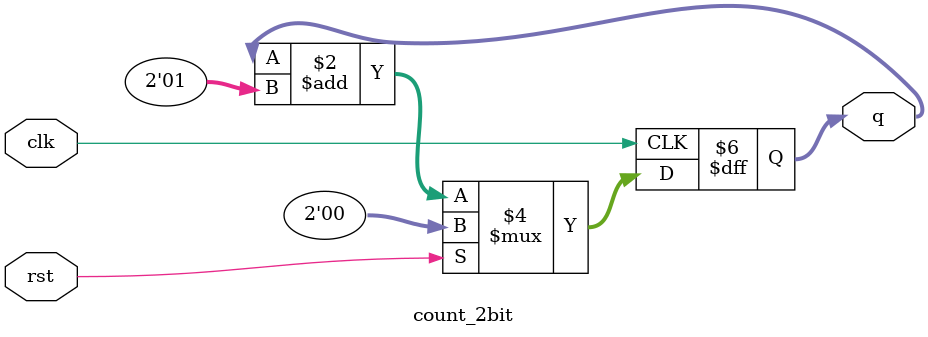
<source format=sv>
module count_2bit ( input logic clk, rst,
	       output logic [1:0] q );
   
   always_ff @(posedge clk)
     if (rst) q <= 2'd0;
     else q <= q + 2'd1;

endmodule // count
</source>
